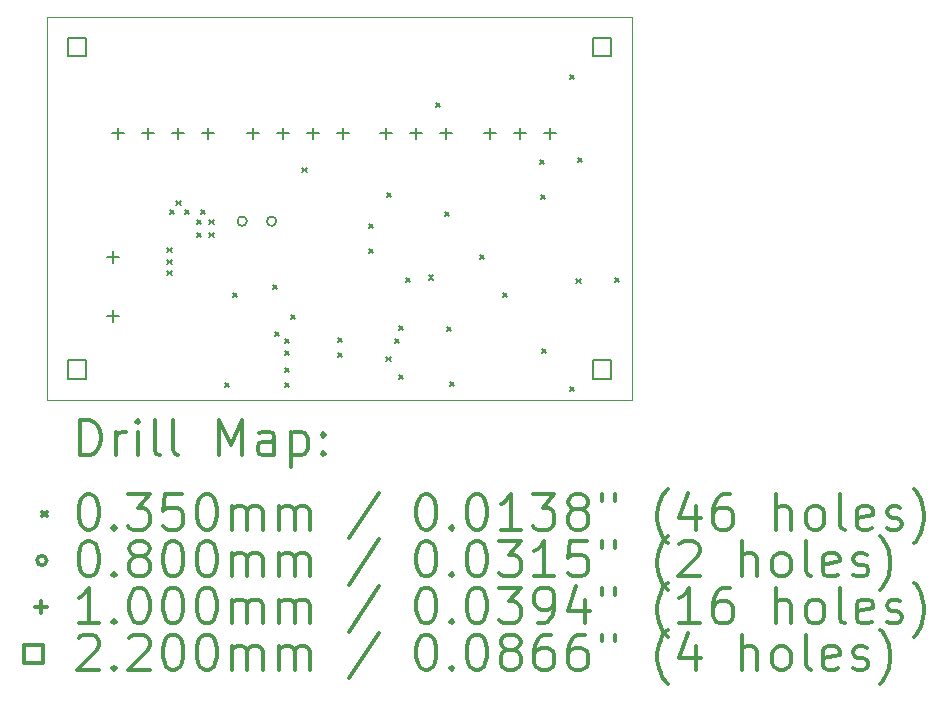
<source format=gbr>
%FSLAX45Y45*%
G04 Gerber Fmt 4.5, Leading zero omitted, Abs format (unit mm)*
G04 Created by KiCad (PCBNEW (5.1.10-1-10_14)) date 2021-12-18 09:27:55*
%MOMM*%
%LPD*%
G01*
G04 APERTURE LIST*
%TA.AperFunction,Profile*%
%ADD10C,0.100000*%
%TD*%
%ADD11C,0.200000*%
%ADD12C,0.300000*%
G04 APERTURE END LIST*
D10*
X16129000Y-9398000D02*
X16129000Y-12636500D01*
X11176000Y-9398000D02*
X16129000Y-9398000D01*
X11176000Y-12636500D02*
X11176000Y-9398000D01*
X16129000Y-12636500D02*
X11176000Y-12636500D01*
D11*
X12194820Y-11351540D02*
X12229820Y-11386540D01*
X12229820Y-11351540D02*
X12194820Y-11386540D01*
X12194820Y-11453140D02*
X12229820Y-11488140D01*
X12229820Y-11453140D02*
X12194820Y-11488140D01*
X12194820Y-11544580D02*
X12229820Y-11579580D01*
X12229820Y-11544580D02*
X12194820Y-11579580D01*
X12215140Y-11026420D02*
X12250140Y-11061420D01*
X12250140Y-11026420D02*
X12215140Y-11061420D01*
X12271020Y-10950220D02*
X12306020Y-10985220D01*
X12306020Y-10950220D02*
X12271020Y-10985220D01*
X12342140Y-11026420D02*
X12377140Y-11061420D01*
X12377140Y-11026420D02*
X12342140Y-11061420D01*
X12443740Y-11117860D02*
X12478740Y-11152860D01*
X12478740Y-11117860D02*
X12443740Y-11152860D01*
X12443740Y-11224540D02*
X12478740Y-11259540D01*
X12478740Y-11224540D02*
X12443740Y-11259540D01*
X12479300Y-11026420D02*
X12514300Y-11061420D01*
X12514300Y-11026420D02*
X12479300Y-11061420D01*
X12550420Y-11117860D02*
X12585420Y-11152860D01*
X12585420Y-11117860D02*
X12550420Y-11152860D01*
X12550420Y-11224540D02*
X12585420Y-11259540D01*
X12585420Y-11224540D02*
X12550420Y-11259540D01*
X12682500Y-12492000D02*
X12717500Y-12527000D01*
X12717500Y-12492000D02*
X12682500Y-12527000D01*
X12746000Y-11730000D02*
X12781000Y-11765000D01*
X12781000Y-11730000D02*
X12746000Y-11765000D01*
X13088900Y-11666500D02*
X13123900Y-11701500D01*
X13123900Y-11666500D02*
X13088900Y-11701500D01*
X13106630Y-12062740D02*
X13141630Y-12097740D01*
X13141630Y-12062740D02*
X13106630Y-12097740D01*
X13190500Y-12123700D02*
X13225500Y-12158700D01*
X13225500Y-12123700D02*
X13190500Y-12158700D01*
X13190500Y-12225300D02*
X13225500Y-12260300D01*
X13225500Y-12225300D02*
X13190500Y-12260300D01*
X13190500Y-12365000D02*
X13225500Y-12400000D01*
X13225500Y-12365000D02*
X13190500Y-12400000D01*
X13190500Y-12492000D02*
X13225500Y-12527000D01*
X13225500Y-12492000D02*
X13190500Y-12527000D01*
X13241300Y-11920500D02*
X13276300Y-11955500D01*
X13276300Y-11920500D02*
X13241300Y-11955500D01*
X13337820Y-10675900D02*
X13372820Y-10710900D01*
X13372820Y-10675900D02*
X13337820Y-10710900D01*
X13635000Y-12111000D02*
X13670000Y-12146000D01*
X13670000Y-12111000D02*
X13635000Y-12146000D01*
X13635000Y-12238000D02*
X13670000Y-12273000D01*
X13670000Y-12238000D02*
X13635000Y-12273000D01*
X13901700Y-11151290D02*
X13936700Y-11186290D01*
X13936700Y-11151290D02*
X13901700Y-11186290D01*
X13901700Y-11361700D02*
X13936700Y-11396700D01*
X13936700Y-11361700D02*
X13901700Y-11396700D01*
X14049126Y-12271126D02*
X14084126Y-12306126D01*
X14084126Y-12271126D02*
X14049126Y-12306126D01*
X14055730Y-10882930D02*
X14090730Y-10917930D01*
X14090730Y-10882930D02*
X14055730Y-10917930D01*
X14118630Y-12119499D02*
X14153630Y-12154499D01*
X14153630Y-12119499D02*
X14118630Y-12154499D01*
X14155700Y-12428500D02*
X14190700Y-12463500D01*
X14190700Y-12428500D02*
X14155700Y-12463500D01*
X14156940Y-12011410D02*
X14191940Y-12046410D01*
X14191940Y-12011410D02*
X14156940Y-12046410D01*
X14213000Y-11603000D02*
X14248000Y-11638000D01*
X14248000Y-11603000D02*
X14213000Y-11638000D01*
X14410840Y-11584090D02*
X14445840Y-11619090D01*
X14445840Y-11584090D02*
X14410840Y-11619090D01*
X14465580Y-10122180D02*
X14500580Y-10157180D01*
X14500580Y-10122180D02*
X14465580Y-10157180D01*
X14543310Y-11045560D02*
X14578310Y-11080560D01*
X14578310Y-11045560D02*
X14543310Y-11080560D01*
X14562100Y-12022100D02*
X14597100Y-12057100D01*
X14597100Y-12022100D02*
X14562100Y-12057100D01*
X14587500Y-12487680D02*
X14622500Y-12522680D01*
X14622500Y-12487680D02*
X14587500Y-12522680D01*
X14838610Y-11408230D02*
X14873610Y-11443230D01*
X14873610Y-11408230D02*
X14838610Y-11443230D01*
X15032000Y-11730000D02*
X15067000Y-11765000D01*
X15067000Y-11730000D02*
X15032000Y-11765000D01*
X15349500Y-10604780D02*
X15384500Y-10639780D01*
X15384500Y-10604780D02*
X15349500Y-10639780D01*
X15356000Y-10904500D02*
X15391000Y-10939500D01*
X15391000Y-10904500D02*
X15356000Y-10939500D01*
X15363500Y-12205960D02*
X15398500Y-12240960D01*
X15398500Y-12205960D02*
X15363500Y-12240960D01*
X15603500Y-9888500D02*
X15638500Y-9923500D01*
X15638500Y-9888500D02*
X15603500Y-9923500D01*
X15603550Y-12527930D02*
X15638550Y-12562930D01*
X15638550Y-12527930D02*
X15603550Y-12562930D01*
X15657550Y-11614130D02*
X15692550Y-11649130D01*
X15692550Y-11614130D02*
X15657550Y-11649130D01*
X15667000Y-10587000D02*
X15702000Y-10622000D01*
X15702000Y-10587000D02*
X15667000Y-10622000D01*
X15984500Y-11603000D02*
X16019500Y-11638000D01*
X16019500Y-11603000D02*
X15984500Y-11638000D01*
X12867000Y-11125200D02*
G75*
G03*
X12867000Y-11125200I-40000J0D01*
G01*
X13117000Y-11125200D02*
G75*
G03*
X13117000Y-11125200I-40000J0D01*
G01*
X11734800Y-11380000D02*
X11734800Y-11480000D01*
X11684800Y-11430000D02*
X11784800Y-11430000D01*
X11734800Y-11880000D02*
X11734800Y-11980000D01*
X11684800Y-11930000D02*
X11784800Y-11930000D01*
X11779250Y-10332250D02*
X11779250Y-10432250D01*
X11729250Y-10382250D02*
X11829250Y-10382250D01*
X12033250Y-10332250D02*
X12033250Y-10432250D01*
X11983250Y-10382250D02*
X12083250Y-10382250D01*
X12287250Y-10332250D02*
X12287250Y-10432250D01*
X12237250Y-10382250D02*
X12337250Y-10382250D01*
X12541250Y-10332250D02*
X12541250Y-10432250D01*
X12491250Y-10382250D02*
X12591250Y-10382250D01*
X12915900Y-10332250D02*
X12915900Y-10432250D01*
X12865900Y-10382250D02*
X12965900Y-10382250D01*
X13169900Y-10332250D02*
X13169900Y-10432250D01*
X13119900Y-10382250D02*
X13219900Y-10382250D01*
X13423900Y-10332250D02*
X13423900Y-10432250D01*
X13373900Y-10382250D02*
X13473900Y-10382250D01*
X13677900Y-10332250D02*
X13677900Y-10432250D01*
X13627900Y-10382250D02*
X13727900Y-10382250D01*
X14046200Y-10332250D02*
X14046200Y-10432250D01*
X13996200Y-10382250D02*
X14096200Y-10382250D01*
X14300200Y-10332250D02*
X14300200Y-10432250D01*
X14250200Y-10382250D02*
X14350200Y-10382250D01*
X14554200Y-10332250D02*
X14554200Y-10432250D01*
X14504200Y-10382250D02*
X14604200Y-10382250D01*
X14928850Y-10332250D02*
X14928850Y-10432250D01*
X14878850Y-10382250D02*
X14978850Y-10382250D01*
X15182850Y-10332250D02*
X15182850Y-10432250D01*
X15132850Y-10382250D02*
X15232850Y-10382250D01*
X15436850Y-10332250D02*
X15436850Y-10432250D01*
X15386850Y-10382250D02*
X15486850Y-10382250D01*
X11507782Y-9729783D02*
X11507782Y-9574218D01*
X11352217Y-9574218D01*
X11352217Y-9729783D01*
X11507782Y-9729783D01*
X11507782Y-12460282D02*
X11507782Y-12304717D01*
X11352217Y-12304717D01*
X11352217Y-12460282D01*
X11507782Y-12460282D01*
X15952782Y-9729783D02*
X15952782Y-9574218D01*
X15797217Y-9574218D01*
X15797217Y-9729783D01*
X15952782Y-9729783D01*
X15952782Y-12460282D02*
X15952782Y-12304717D01*
X15797217Y-12304717D01*
X15797217Y-12460282D01*
X15952782Y-12460282D01*
D12*
X11457428Y-13107214D02*
X11457428Y-12807214D01*
X11528857Y-12807214D01*
X11571714Y-12821500D01*
X11600286Y-12850071D01*
X11614571Y-12878643D01*
X11628857Y-12935786D01*
X11628857Y-12978643D01*
X11614571Y-13035786D01*
X11600286Y-13064357D01*
X11571714Y-13092929D01*
X11528857Y-13107214D01*
X11457428Y-13107214D01*
X11757428Y-13107214D02*
X11757428Y-12907214D01*
X11757428Y-12964357D02*
X11771714Y-12935786D01*
X11786000Y-12921500D01*
X11814571Y-12907214D01*
X11843143Y-12907214D01*
X11943143Y-13107214D02*
X11943143Y-12907214D01*
X11943143Y-12807214D02*
X11928857Y-12821500D01*
X11943143Y-12835786D01*
X11957428Y-12821500D01*
X11943143Y-12807214D01*
X11943143Y-12835786D01*
X12128857Y-13107214D02*
X12100286Y-13092929D01*
X12086000Y-13064357D01*
X12086000Y-12807214D01*
X12286000Y-13107214D02*
X12257428Y-13092929D01*
X12243143Y-13064357D01*
X12243143Y-12807214D01*
X12628857Y-13107214D02*
X12628857Y-12807214D01*
X12728857Y-13021500D01*
X12828857Y-12807214D01*
X12828857Y-13107214D01*
X13100286Y-13107214D02*
X13100286Y-12950071D01*
X13086000Y-12921500D01*
X13057428Y-12907214D01*
X13000286Y-12907214D01*
X12971714Y-12921500D01*
X13100286Y-13092929D02*
X13071714Y-13107214D01*
X13000286Y-13107214D01*
X12971714Y-13092929D01*
X12957428Y-13064357D01*
X12957428Y-13035786D01*
X12971714Y-13007214D01*
X13000286Y-12992929D01*
X13071714Y-12992929D01*
X13100286Y-12978643D01*
X13243143Y-12907214D02*
X13243143Y-13207214D01*
X13243143Y-12921500D02*
X13271714Y-12907214D01*
X13328857Y-12907214D01*
X13357428Y-12921500D01*
X13371714Y-12935786D01*
X13386000Y-12964357D01*
X13386000Y-13050071D01*
X13371714Y-13078643D01*
X13357428Y-13092929D01*
X13328857Y-13107214D01*
X13271714Y-13107214D01*
X13243143Y-13092929D01*
X13514571Y-13078643D02*
X13528857Y-13092929D01*
X13514571Y-13107214D01*
X13500286Y-13092929D01*
X13514571Y-13078643D01*
X13514571Y-13107214D01*
X13514571Y-12921500D02*
X13528857Y-12935786D01*
X13514571Y-12950071D01*
X13500286Y-12935786D01*
X13514571Y-12921500D01*
X13514571Y-12950071D01*
X11136000Y-13584000D02*
X11171000Y-13619000D01*
X11171000Y-13584000D02*
X11136000Y-13619000D01*
X11514571Y-13437214D02*
X11543143Y-13437214D01*
X11571714Y-13451500D01*
X11586000Y-13465786D01*
X11600286Y-13494357D01*
X11614571Y-13551500D01*
X11614571Y-13622929D01*
X11600286Y-13680071D01*
X11586000Y-13708643D01*
X11571714Y-13722929D01*
X11543143Y-13737214D01*
X11514571Y-13737214D01*
X11486000Y-13722929D01*
X11471714Y-13708643D01*
X11457428Y-13680071D01*
X11443143Y-13622929D01*
X11443143Y-13551500D01*
X11457428Y-13494357D01*
X11471714Y-13465786D01*
X11486000Y-13451500D01*
X11514571Y-13437214D01*
X11743143Y-13708643D02*
X11757428Y-13722929D01*
X11743143Y-13737214D01*
X11728857Y-13722929D01*
X11743143Y-13708643D01*
X11743143Y-13737214D01*
X11857428Y-13437214D02*
X12043143Y-13437214D01*
X11943143Y-13551500D01*
X11986000Y-13551500D01*
X12014571Y-13565786D01*
X12028857Y-13580071D01*
X12043143Y-13608643D01*
X12043143Y-13680071D01*
X12028857Y-13708643D01*
X12014571Y-13722929D01*
X11986000Y-13737214D01*
X11900286Y-13737214D01*
X11871714Y-13722929D01*
X11857428Y-13708643D01*
X12314571Y-13437214D02*
X12171714Y-13437214D01*
X12157428Y-13580071D01*
X12171714Y-13565786D01*
X12200286Y-13551500D01*
X12271714Y-13551500D01*
X12300286Y-13565786D01*
X12314571Y-13580071D01*
X12328857Y-13608643D01*
X12328857Y-13680071D01*
X12314571Y-13708643D01*
X12300286Y-13722929D01*
X12271714Y-13737214D01*
X12200286Y-13737214D01*
X12171714Y-13722929D01*
X12157428Y-13708643D01*
X12514571Y-13437214D02*
X12543143Y-13437214D01*
X12571714Y-13451500D01*
X12586000Y-13465786D01*
X12600286Y-13494357D01*
X12614571Y-13551500D01*
X12614571Y-13622929D01*
X12600286Y-13680071D01*
X12586000Y-13708643D01*
X12571714Y-13722929D01*
X12543143Y-13737214D01*
X12514571Y-13737214D01*
X12486000Y-13722929D01*
X12471714Y-13708643D01*
X12457428Y-13680071D01*
X12443143Y-13622929D01*
X12443143Y-13551500D01*
X12457428Y-13494357D01*
X12471714Y-13465786D01*
X12486000Y-13451500D01*
X12514571Y-13437214D01*
X12743143Y-13737214D02*
X12743143Y-13537214D01*
X12743143Y-13565786D02*
X12757428Y-13551500D01*
X12786000Y-13537214D01*
X12828857Y-13537214D01*
X12857428Y-13551500D01*
X12871714Y-13580071D01*
X12871714Y-13737214D01*
X12871714Y-13580071D02*
X12886000Y-13551500D01*
X12914571Y-13537214D01*
X12957428Y-13537214D01*
X12986000Y-13551500D01*
X13000286Y-13580071D01*
X13000286Y-13737214D01*
X13143143Y-13737214D02*
X13143143Y-13537214D01*
X13143143Y-13565786D02*
X13157428Y-13551500D01*
X13186000Y-13537214D01*
X13228857Y-13537214D01*
X13257428Y-13551500D01*
X13271714Y-13580071D01*
X13271714Y-13737214D01*
X13271714Y-13580071D02*
X13286000Y-13551500D01*
X13314571Y-13537214D01*
X13357428Y-13537214D01*
X13386000Y-13551500D01*
X13400286Y-13580071D01*
X13400286Y-13737214D01*
X13986000Y-13422929D02*
X13728857Y-13808643D01*
X14371714Y-13437214D02*
X14400286Y-13437214D01*
X14428857Y-13451500D01*
X14443143Y-13465786D01*
X14457428Y-13494357D01*
X14471714Y-13551500D01*
X14471714Y-13622929D01*
X14457428Y-13680071D01*
X14443143Y-13708643D01*
X14428857Y-13722929D01*
X14400286Y-13737214D01*
X14371714Y-13737214D01*
X14343143Y-13722929D01*
X14328857Y-13708643D01*
X14314571Y-13680071D01*
X14300286Y-13622929D01*
X14300286Y-13551500D01*
X14314571Y-13494357D01*
X14328857Y-13465786D01*
X14343143Y-13451500D01*
X14371714Y-13437214D01*
X14600286Y-13708643D02*
X14614571Y-13722929D01*
X14600286Y-13737214D01*
X14586000Y-13722929D01*
X14600286Y-13708643D01*
X14600286Y-13737214D01*
X14800286Y-13437214D02*
X14828857Y-13437214D01*
X14857428Y-13451500D01*
X14871714Y-13465786D01*
X14886000Y-13494357D01*
X14900286Y-13551500D01*
X14900286Y-13622929D01*
X14886000Y-13680071D01*
X14871714Y-13708643D01*
X14857428Y-13722929D01*
X14828857Y-13737214D01*
X14800286Y-13737214D01*
X14771714Y-13722929D01*
X14757428Y-13708643D01*
X14743143Y-13680071D01*
X14728857Y-13622929D01*
X14728857Y-13551500D01*
X14743143Y-13494357D01*
X14757428Y-13465786D01*
X14771714Y-13451500D01*
X14800286Y-13437214D01*
X15186000Y-13737214D02*
X15014571Y-13737214D01*
X15100286Y-13737214D02*
X15100286Y-13437214D01*
X15071714Y-13480071D01*
X15043143Y-13508643D01*
X15014571Y-13522929D01*
X15286000Y-13437214D02*
X15471714Y-13437214D01*
X15371714Y-13551500D01*
X15414571Y-13551500D01*
X15443143Y-13565786D01*
X15457428Y-13580071D01*
X15471714Y-13608643D01*
X15471714Y-13680071D01*
X15457428Y-13708643D01*
X15443143Y-13722929D01*
X15414571Y-13737214D01*
X15328857Y-13737214D01*
X15300286Y-13722929D01*
X15286000Y-13708643D01*
X15643143Y-13565786D02*
X15614571Y-13551500D01*
X15600286Y-13537214D01*
X15586000Y-13508643D01*
X15586000Y-13494357D01*
X15600286Y-13465786D01*
X15614571Y-13451500D01*
X15643143Y-13437214D01*
X15700286Y-13437214D01*
X15728857Y-13451500D01*
X15743143Y-13465786D01*
X15757428Y-13494357D01*
X15757428Y-13508643D01*
X15743143Y-13537214D01*
X15728857Y-13551500D01*
X15700286Y-13565786D01*
X15643143Y-13565786D01*
X15614571Y-13580071D01*
X15600286Y-13594357D01*
X15586000Y-13622929D01*
X15586000Y-13680071D01*
X15600286Y-13708643D01*
X15614571Y-13722929D01*
X15643143Y-13737214D01*
X15700286Y-13737214D01*
X15728857Y-13722929D01*
X15743143Y-13708643D01*
X15757428Y-13680071D01*
X15757428Y-13622929D01*
X15743143Y-13594357D01*
X15728857Y-13580071D01*
X15700286Y-13565786D01*
X15871714Y-13437214D02*
X15871714Y-13494357D01*
X15986000Y-13437214D02*
X15986000Y-13494357D01*
X16428857Y-13851500D02*
X16414571Y-13837214D01*
X16386000Y-13794357D01*
X16371714Y-13765786D01*
X16357428Y-13722929D01*
X16343143Y-13651500D01*
X16343143Y-13594357D01*
X16357428Y-13522929D01*
X16371714Y-13480071D01*
X16386000Y-13451500D01*
X16414571Y-13408643D01*
X16428857Y-13394357D01*
X16671714Y-13537214D02*
X16671714Y-13737214D01*
X16600286Y-13422929D02*
X16528857Y-13637214D01*
X16714571Y-13637214D01*
X16957428Y-13437214D02*
X16900286Y-13437214D01*
X16871714Y-13451500D01*
X16857428Y-13465786D01*
X16828857Y-13508643D01*
X16814571Y-13565786D01*
X16814571Y-13680071D01*
X16828857Y-13708643D01*
X16843143Y-13722929D01*
X16871714Y-13737214D01*
X16928857Y-13737214D01*
X16957428Y-13722929D01*
X16971714Y-13708643D01*
X16986000Y-13680071D01*
X16986000Y-13608643D01*
X16971714Y-13580071D01*
X16957428Y-13565786D01*
X16928857Y-13551500D01*
X16871714Y-13551500D01*
X16843143Y-13565786D01*
X16828857Y-13580071D01*
X16814571Y-13608643D01*
X17343143Y-13737214D02*
X17343143Y-13437214D01*
X17471714Y-13737214D02*
X17471714Y-13580071D01*
X17457428Y-13551500D01*
X17428857Y-13537214D01*
X17386000Y-13537214D01*
X17357428Y-13551500D01*
X17343143Y-13565786D01*
X17657428Y-13737214D02*
X17628857Y-13722929D01*
X17614571Y-13708643D01*
X17600286Y-13680071D01*
X17600286Y-13594357D01*
X17614571Y-13565786D01*
X17628857Y-13551500D01*
X17657428Y-13537214D01*
X17700286Y-13537214D01*
X17728857Y-13551500D01*
X17743143Y-13565786D01*
X17757428Y-13594357D01*
X17757428Y-13680071D01*
X17743143Y-13708643D01*
X17728857Y-13722929D01*
X17700286Y-13737214D01*
X17657428Y-13737214D01*
X17928857Y-13737214D02*
X17900286Y-13722929D01*
X17886000Y-13694357D01*
X17886000Y-13437214D01*
X18157428Y-13722929D02*
X18128857Y-13737214D01*
X18071714Y-13737214D01*
X18043143Y-13722929D01*
X18028857Y-13694357D01*
X18028857Y-13580071D01*
X18043143Y-13551500D01*
X18071714Y-13537214D01*
X18128857Y-13537214D01*
X18157428Y-13551500D01*
X18171714Y-13580071D01*
X18171714Y-13608643D01*
X18028857Y-13637214D01*
X18286000Y-13722929D02*
X18314571Y-13737214D01*
X18371714Y-13737214D01*
X18400286Y-13722929D01*
X18414571Y-13694357D01*
X18414571Y-13680071D01*
X18400286Y-13651500D01*
X18371714Y-13637214D01*
X18328857Y-13637214D01*
X18300286Y-13622929D01*
X18286000Y-13594357D01*
X18286000Y-13580071D01*
X18300286Y-13551500D01*
X18328857Y-13537214D01*
X18371714Y-13537214D01*
X18400286Y-13551500D01*
X18514571Y-13851500D02*
X18528857Y-13837214D01*
X18557428Y-13794357D01*
X18571714Y-13765786D01*
X18586000Y-13722929D01*
X18600286Y-13651500D01*
X18600286Y-13594357D01*
X18586000Y-13522929D01*
X18571714Y-13480071D01*
X18557428Y-13451500D01*
X18528857Y-13408643D01*
X18514571Y-13394357D01*
X11171000Y-13997500D02*
G75*
G03*
X11171000Y-13997500I-40000J0D01*
G01*
X11514571Y-13833214D02*
X11543143Y-13833214D01*
X11571714Y-13847500D01*
X11586000Y-13861786D01*
X11600286Y-13890357D01*
X11614571Y-13947500D01*
X11614571Y-14018929D01*
X11600286Y-14076071D01*
X11586000Y-14104643D01*
X11571714Y-14118929D01*
X11543143Y-14133214D01*
X11514571Y-14133214D01*
X11486000Y-14118929D01*
X11471714Y-14104643D01*
X11457428Y-14076071D01*
X11443143Y-14018929D01*
X11443143Y-13947500D01*
X11457428Y-13890357D01*
X11471714Y-13861786D01*
X11486000Y-13847500D01*
X11514571Y-13833214D01*
X11743143Y-14104643D02*
X11757428Y-14118929D01*
X11743143Y-14133214D01*
X11728857Y-14118929D01*
X11743143Y-14104643D01*
X11743143Y-14133214D01*
X11928857Y-13961786D02*
X11900286Y-13947500D01*
X11886000Y-13933214D01*
X11871714Y-13904643D01*
X11871714Y-13890357D01*
X11886000Y-13861786D01*
X11900286Y-13847500D01*
X11928857Y-13833214D01*
X11986000Y-13833214D01*
X12014571Y-13847500D01*
X12028857Y-13861786D01*
X12043143Y-13890357D01*
X12043143Y-13904643D01*
X12028857Y-13933214D01*
X12014571Y-13947500D01*
X11986000Y-13961786D01*
X11928857Y-13961786D01*
X11900286Y-13976071D01*
X11886000Y-13990357D01*
X11871714Y-14018929D01*
X11871714Y-14076071D01*
X11886000Y-14104643D01*
X11900286Y-14118929D01*
X11928857Y-14133214D01*
X11986000Y-14133214D01*
X12014571Y-14118929D01*
X12028857Y-14104643D01*
X12043143Y-14076071D01*
X12043143Y-14018929D01*
X12028857Y-13990357D01*
X12014571Y-13976071D01*
X11986000Y-13961786D01*
X12228857Y-13833214D02*
X12257428Y-13833214D01*
X12286000Y-13847500D01*
X12300286Y-13861786D01*
X12314571Y-13890357D01*
X12328857Y-13947500D01*
X12328857Y-14018929D01*
X12314571Y-14076071D01*
X12300286Y-14104643D01*
X12286000Y-14118929D01*
X12257428Y-14133214D01*
X12228857Y-14133214D01*
X12200286Y-14118929D01*
X12186000Y-14104643D01*
X12171714Y-14076071D01*
X12157428Y-14018929D01*
X12157428Y-13947500D01*
X12171714Y-13890357D01*
X12186000Y-13861786D01*
X12200286Y-13847500D01*
X12228857Y-13833214D01*
X12514571Y-13833214D02*
X12543143Y-13833214D01*
X12571714Y-13847500D01*
X12586000Y-13861786D01*
X12600286Y-13890357D01*
X12614571Y-13947500D01*
X12614571Y-14018929D01*
X12600286Y-14076071D01*
X12586000Y-14104643D01*
X12571714Y-14118929D01*
X12543143Y-14133214D01*
X12514571Y-14133214D01*
X12486000Y-14118929D01*
X12471714Y-14104643D01*
X12457428Y-14076071D01*
X12443143Y-14018929D01*
X12443143Y-13947500D01*
X12457428Y-13890357D01*
X12471714Y-13861786D01*
X12486000Y-13847500D01*
X12514571Y-13833214D01*
X12743143Y-14133214D02*
X12743143Y-13933214D01*
X12743143Y-13961786D02*
X12757428Y-13947500D01*
X12786000Y-13933214D01*
X12828857Y-13933214D01*
X12857428Y-13947500D01*
X12871714Y-13976071D01*
X12871714Y-14133214D01*
X12871714Y-13976071D02*
X12886000Y-13947500D01*
X12914571Y-13933214D01*
X12957428Y-13933214D01*
X12986000Y-13947500D01*
X13000286Y-13976071D01*
X13000286Y-14133214D01*
X13143143Y-14133214D02*
X13143143Y-13933214D01*
X13143143Y-13961786D02*
X13157428Y-13947500D01*
X13186000Y-13933214D01*
X13228857Y-13933214D01*
X13257428Y-13947500D01*
X13271714Y-13976071D01*
X13271714Y-14133214D01*
X13271714Y-13976071D02*
X13286000Y-13947500D01*
X13314571Y-13933214D01*
X13357428Y-13933214D01*
X13386000Y-13947500D01*
X13400286Y-13976071D01*
X13400286Y-14133214D01*
X13986000Y-13818929D02*
X13728857Y-14204643D01*
X14371714Y-13833214D02*
X14400286Y-13833214D01*
X14428857Y-13847500D01*
X14443143Y-13861786D01*
X14457428Y-13890357D01*
X14471714Y-13947500D01*
X14471714Y-14018929D01*
X14457428Y-14076071D01*
X14443143Y-14104643D01*
X14428857Y-14118929D01*
X14400286Y-14133214D01*
X14371714Y-14133214D01*
X14343143Y-14118929D01*
X14328857Y-14104643D01*
X14314571Y-14076071D01*
X14300286Y-14018929D01*
X14300286Y-13947500D01*
X14314571Y-13890357D01*
X14328857Y-13861786D01*
X14343143Y-13847500D01*
X14371714Y-13833214D01*
X14600286Y-14104643D02*
X14614571Y-14118929D01*
X14600286Y-14133214D01*
X14586000Y-14118929D01*
X14600286Y-14104643D01*
X14600286Y-14133214D01*
X14800286Y-13833214D02*
X14828857Y-13833214D01*
X14857428Y-13847500D01*
X14871714Y-13861786D01*
X14886000Y-13890357D01*
X14900286Y-13947500D01*
X14900286Y-14018929D01*
X14886000Y-14076071D01*
X14871714Y-14104643D01*
X14857428Y-14118929D01*
X14828857Y-14133214D01*
X14800286Y-14133214D01*
X14771714Y-14118929D01*
X14757428Y-14104643D01*
X14743143Y-14076071D01*
X14728857Y-14018929D01*
X14728857Y-13947500D01*
X14743143Y-13890357D01*
X14757428Y-13861786D01*
X14771714Y-13847500D01*
X14800286Y-13833214D01*
X15000286Y-13833214D02*
X15186000Y-13833214D01*
X15086000Y-13947500D01*
X15128857Y-13947500D01*
X15157428Y-13961786D01*
X15171714Y-13976071D01*
X15186000Y-14004643D01*
X15186000Y-14076071D01*
X15171714Y-14104643D01*
X15157428Y-14118929D01*
X15128857Y-14133214D01*
X15043143Y-14133214D01*
X15014571Y-14118929D01*
X15000286Y-14104643D01*
X15471714Y-14133214D02*
X15300286Y-14133214D01*
X15386000Y-14133214D02*
X15386000Y-13833214D01*
X15357428Y-13876071D01*
X15328857Y-13904643D01*
X15300286Y-13918929D01*
X15743143Y-13833214D02*
X15600286Y-13833214D01*
X15586000Y-13976071D01*
X15600286Y-13961786D01*
X15628857Y-13947500D01*
X15700286Y-13947500D01*
X15728857Y-13961786D01*
X15743143Y-13976071D01*
X15757428Y-14004643D01*
X15757428Y-14076071D01*
X15743143Y-14104643D01*
X15728857Y-14118929D01*
X15700286Y-14133214D01*
X15628857Y-14133214D01*
X15600286Y-14118929D01*
X15586000Y-14104643D01*
X15871714Y-13833214D02*
X15871714Y-13890357D01*
X15986000Y-13833214D02*
X15986000Y-13890357D01*
X16428857Y-14247500D02*
X16414571Y-14233214D01*
X16386000Y-14190357D01*
X16371714Y-14161786D01*
X16357428Y-14118929D01*
X16343143Y-14047500D01*
X16343143Y-13990357D01*
X16357428Y-13918929D01*
X16371714Y-13876071D01*
X16386000Y-13847500D01*
X16414571Y-13804643D01*
X16428857Y-13790357D01*
X16528857Y-13861786D02*
X16543143Y-13847500D01*
X16571714Y-13833214D01*
X16643143Y-13833214D01*
X16671714Y-13847500D01*
X16686000Y-13861786D01*
X16700286Y-13890357D01*
X16700286Y-13918929D01*
X16686000Y-13961786D01*
X16514571Y-14133214D01*
X16700286Y-14133214D01*
X17057428Y-14133214D02*
X17057428Y-13833214D01*
X17186000Y-14133214D02*
X17186000Y-13976071D01*
X17171714Y-13947500D01*
X17143143Y-13933214D01*
X17100286Y-13933214D01*
X17071714Y-13947500D01*
X17057428Y-13961786D01*
X17371714Y-14133214D02*
X17343143Y-14118929D01*
X17328857Y-14104643D01*
X17314571Y-14076071D01*
X17314571Y-13990357D01*
X17328857Y-13961786D01*
X17343143Y-13947500D01*
X17371714Y-13933214D01*
X17414571Y-13933214D01*
X17443143Y-13947500D01*
X17457428Y-13961786D01*
X17471714Y-13990357D01*
X17471714Y-14076071D01*
X17457428Y-14104643D01*
X17443143Y-14118929D01*
X17414571Y-14133214D01*
X17371714Y-14133214D01*
X17643143Y-14133214D02*
X17614571Y-14118929D01*
X17600286Y-14090357D01*
X17600286Y-13833214D01*
X17871714Y-14118929D02*
X17843143Y-14133214D01*
X17786000Y-14133214D01*
X17757428Y-14118929D01*
X17743143Y-14090357D01*
X17743143Y-13976071D01*
X17757428Y-13947500D01*
X17786000Y-13933214D01*
X17843143Y-13933214D01*
X17871714Y-13947500D01*
X17886000Y-13976071D01*
X17886000Y-14004643D01*
X17743143Y-14033214D01*
X18000286Y-14118929D02*
X18028857Y-14133214D01*
X18086000Y-14133214D01*
X18114571Y-14118929D01*
X18128857Y-14090357D01*
X18128857Y-14076071D01*
X18114571Y-14047500D01*
X18086000Y-14033214D01*
X18043143Y-14033214D01*
X18014571Y-14018929D01*
X18000286Y-13990357D01*
X18000286Y-13976071D01*
X18014571Y-13947500D01*
X18043143Y-13933214D01*
X18086000Y-13933214D01*
X18114571Y-13947500D01*
X18228857Y-14247500D02*
X18243143Y-14233214D01*
X18271714Y-14190357D01*
X18286000Y-14161786D01*
X18300286Y-14118929D01*
X18314571Y-14047500D01*
X18314571Y-13990357D01*
X18300286Y-13918929D01*
X18286000Y-13876071D01*
X18271714Y-13847500D01*
X18243143Y-13804643D01*
X18228857Y-13790357D01*
X11121000Y-14343500D02*
X11121000Y-14443500D01*
X11071000Y-14393500D02*
X11171000Y-14393500D01*
X11614571Y-14529214D02*
X11443143Y-14529214D01*
X11528857Y-14529214D02*
X11528857Y-14229214D01*
X11500286Y-14272071D01*
X11471714Y-14300643D01*
X11443143Y-14314929D01*
X11743143Y-14500643D02*
X11757428Y-14514929D01*
X11743143Y-14529214D01*
X11728857Y-14514929D01*
X11743143Y-14500643D01*
X11743143Y-14529214D01*
X11943143Y-14229214D02*
X11971714Y-14229214D01*
X12000286Y-14243500D01*
X12014571Y-14257786D01*
X12028857Y-14286357D01*
X12043143Y-14343500D01*
X12043143Y-14414929D01*
X12028857Y-14472071D01*
X12014571Y-14500643D01*
X12000286Y-14514929D01*
X11971714Y-14529214D01*
X11943143Y-14529214D01*
X11914571Y-14514929D01*
X11900286Y-14500643D01*
X11886000Y-14472071D01*
X11871714Y-14414929D01*
X11871714Y-14343500D01*
X11886000Y-14286357D01*
X11900286Y-14257786D01*
X11914571Y-14243500D01*
X11943143Y-14229214D01*
X12228857Y-14229214D02*
X12257428Y-14229214D01*
X12286000Y-14243500D01*
X12300286Y-14257786D01*
X12314571Y-14286357D01*
X12328857Y-14343500D01*
X12328857Y-14414929D01*
X12314571Y-14472071D01*
X12300286Y-14500643D01*
X12286000Y-14514929D01*
X12257428Y-14529214D01*
X12228857Y-14529214D01*
X12200286Y-14514929D01*
X12186000Y-14500643D01*
X12171714Y-14472071D01*
X12157428Y-14414929D01*
X12157428Y-14343500D01*
X12171714Y-14286357D01*
X12186000Y-14257786D01*
X12200286Y-14243500D01*
X12228857Y-14229214D01*
X12514571Y-14229214D02*
X12543143Y-14229214D01*
X12571714Y-14243500D01*
X12586000Y-14257786D01*
X12600286Y-14286357D01*
X12614571Y-14343500D01*
X12614571Y-14414929D01*
X12600286Y-14472071D01*
X12586000Y-14500643D01*
X12571714Y-14514929D01*
X12543143Y-14529214D01*
X12514571Y-14529214D01*
X12486000Y-14514929D01*
X12471714Y-14500643D01*
X12457428Y-14472071D01*
X12443143Y-14414929D01*
X12443143Y-14343500D01*
X12457428Y-14286357D01*
X12471714Y-14257786D01*
X12486000Y-14243500D01*
X12514571Y-14229214D01*
X12743143Y-14529214D02*
X12743143Y-14329214D01*
X12743143Y-14357786D02*
X12757428Y-14343500D01*
X12786000Y-14329214D01*
X12828857Y-14329214D01*
X12857428Y-14343500D01*
X12871714Y-14372071D01*
X12871714Y-14529214D01*
X12871714Y-14372071D02*
X12886000Y-14343500D01*
X12914571Y-14329214D01*
X12957428Y-14329214D01*
X12986000Y-14343500D01*
X13000286Y-14372071D01*
X13000286Y-14529214D01*
X13143143Y-14529214D02*
X13143143Y-14329214D01*
X13143143Y-14357786D02*
X13157428Y-14343500D01*
X13186000Y-14329214D01*
X13228857Y-14329214D01*
X13257428Y-14343500D01*
X13271714Y-14372071D01*
X13271714Y-14529214D01*
X13271714Y-14372071D02*
X13286000Y-14343500D01*
X13314571Y-14329214D01*
X13357428Y-14329214D01*
X13386000Y-14343500D01*
X13400286Y-14372071D01*
X13400286Y-14529214D01*
X13986000Y-14214929D02*
X13728857Y-14600643D01*
X14371714Y-14229214D02*
X14400286Y-14229214D01*
X14428857Y-14243500D01*
X14443143Y-14257786D01*
X14457428Y-14286357D01*
X14471714Y-14343500D01*
X14471714Y-14414929D01*
X14457428Y-14472071D01*
X14443143Y-14500643D01*
X14428857Y-14514929D01*
X14400286Y-14529214D01*
X14371714Y-14529214D01*
X14343143Y-14514929D01*
X14328857Y-14500643D01*
X14314571Y-14472071D01*
X14300286Y-14414929D01*
X14300286Y-14343500D01*
X14314571Y-14286357D01*
X14328857Y-14257786D01*
X14343143Y-14243500D01*
X14371714Y-14229214D01*
X14600286Y-14500643D02*
X14614571Y-14514929D01*
X14600286Y-14529214D01*
X14586000Y-14514929D01*
X14600286Y-14500643D01*
X14600286Y-14529214D01*
X14800286Y-14229214D02*
X14828857Y-14229214D01*
X14857428Y-14243500D01*
X14871714Y-14257786D01*
X14886000Y-14286357D01*
X14900286Y-14343500D01*
X14900286Y-14414929D01*
X14886000Y-14472071D01*
X14871714Y-14500643D01*
X14857428Y-14514929D01*
X14828857Y-14529214D01*
X14800286Y-14529214D01*
X14771714Y-14514929D01*
X14757428Y-14500643D01*
X14743143Y-14472071D01*
X14728857Y-14414929D01*
X14728857Y-14343500D01*
X14743143Y-14286357D01*
X14757428Y-14257786D01*
X14771714Y-14243500D01*
X14800286Y-14229214D01*
X15000286Y-14229214D02*
X15186000Y-14229214D01*
X15086000Y-14343500D01*
X15128857Y-14343500D01*
X15157428Y-14357786D01*
X15171714Y-14372071D01*
X15186000Y-14400643D01*
X15186000Y-14472071D01*
X15171714Y-14500643D01*
X15157428Y-14514929D01*
X15128857Y-14529214D01*
X15043143Y-14529214D01*
X15014571Y-14514929D01*
X15000286Y-14500643D01*
X15328857Y-14529214D02*
X15386000Y-14529214D01*
X15414571Y-14514929D01*
X15428857Y-14500643D01*
X15457428Y-14457786D01*
X15471714Y-14400643D01*
X15471714Y-14286357D01*
X15457428Y-14257786D01*
X15443143Y-14243500D01*
X15414571Y-14229214D01*
X15357428Y-14229214D01*
X15328857Y-14243500D01*
X15314571Y-14257786D01*
X15300286Y-14286357D01*
X15300286Y-14357786D01*
X15314571Y-14386357D01*
X15328857Y-14400643D01*
X15357428Y-14414929D01*
X15414571Y-14414929D01*
X15443143Y-14400643D01*
X15457428Y-14386357D01*
X15471714Y-14357786D01*
X15728857Y-14329214D02*
X15728857Y-14529214D01*
X15657428Y-14214929D02*
X15586000Y-14429214D01*
X15771714Y-14429214D01*
X15871714Y-14229214D02*
X15871714Y-14286357D01*
X15986000Y-14229214D02*
X15986000Y-14286357D01*
X16428857Y-14643500D02*
X16414571Y-14629214D01*
X16386000Y-14586357D01*
X16371714Y-14557786D01*
X16357428Y-14514929D01*
X16343143Y-14443500D01*
X16343143Y-14386357D01*
X16357428Y-14314929D01*
X16371714Y-14272071D01*
X16386000Y-14243500D01*
X16414571Y-14200643D01*
X16428857Y-14186357D01*
X16700286Y-14529214D02*
X16528857Y-14529214D01*
X16614571Y-14529214D02*
X16614571Y-14229214D01*
X16586000Y-14272071D01*
X16557428Y-14300643D01*
X16528857Y-14314929D01*
X16957428Y-14229214D02*
X16900286Y-14229214D01*
X16871714Y-14243500D01*
X16857428Y-14257786D01*
X16828857Y-14300643D01*
X16814571Y-14357786D01*
X16814571Y-14472071D01*
X16828857Y-14500643D01*
X16843143Y-14514929D01*
X16871714Y-14529214D01*
X16928857Y-14529214D01*
X16957428Y-14514929D01*
X16971714Y-14500643D01*
X16986000Y-14472071D01*
X16986000Y-14400643D01*
X16971714Y-14372071D01*
X16957428Y-14357786D01*
X16928857Y-14343500D01*
X16871714Y-14343500D01*
X16843143Y-14357786D01*
X16828857Y-14372071D01*
X16814571Y-14400643D01*
X17343143Y-14529214D02*
X17343143Y-14229214D01*
X17471714Y-14529214D02*
X17471714Y-14372071D01*
X17457428Y-14343500D01*
X17428857Y-14329214D01*
X17386000Y-14329214D01*
X17357428Y-14343500D01*
X17343143Y-14357786D01*
X17657428Y-14529214D02*
X17628857Y-14514929D01*
X17614571Y-14500643D01*
X17600286Y-14472071D01*
X17600286Y-14386357D01*
X17614571Y-14357786D01*
X17628857Y-14343500D01*
X17657428Y-14329214D01*
X17700286Y-14329214D01*
X17728857Y-14343500D01*
X17743143Y-14357786D01*
X17757428Y-14386357D01*
X17757428Y-14472071D01*
X17743143Y-14500643D01*
X17728857Y-14514929D01*
X17700286Y-14529214D01*
X17657428Y-14529214D01*
X17928857Y-14529214D02*
X17900286Y-14514929D01*
X17886000Y-14486357D01*
X17886000Y-14229214D01*
X18157428Y-14514929D02*
X18128857Y-14529214D01*
X18071714Y-14529214D01*
X18043143Y-14514929D01*
X18028857Y-14486357D01*
X18028857Y-14372071D01*
X18043143Y-14343500D01*
X18071714Y-14329214D01*
X18128857Y-14329214D01*
X18157428Y-14343500D01*
X18171714Y-14372071D01*
X18171714Y-14400643D01*
X18028857Y-14429214D01*
X18286000Y-14514929D02*
X18314571Y-14529214D01*
X18371714Y-14529214D01*
X18400286Y-14514929D01*
X18414571Y-14486357D01*
X18414571Y-14472071D01*
X18400286Y-14443500D01*
X18371714Y-14429214D01*
X18328857Y-14429214D01*
X18300286Y-14414929D01*
X18286000Y-14386357D01*
X18286000Y-14372071D01*
X18300286Y-14343500D01*
X18328857Y-14329214D01*
X18371714Y-14329214D01*
X18400286Y-14343500D01*
X18514571Y-14643500D02*
X18528857Y-14629214D01*
X18557428Y-14586357D01*
X18571714Y-14557786D01*
X18586000Y-14514929D01*
X18600286Y-14443500D01*
X18600286Y-14386357D01*
X18586000Y-14314929D01*
X18571714Y-14272071D01*
X18557428Y-14243500D01*
X18528857Y-14200643D01*
X18514571Y-14186357D01*
X11138782Y-14867283D02*
X11138782Y-14711718D01*
X10983217Y-14711718D01*
X10983217Y-14867283D01*
X11138782Y-14867283D01*
X11443143Y-14653786D02*
X11457428Y-14639500D01*
X11486000Y-14625214D01*
X11557428Y-14625214D01*
X11586000Y-14639500D01*
X11600286Y-14653786D01*
X11614571Y-14682357D01*
X11614571Y-14710929D01*
X11600286Y-14753786D01*
X11428857Y-14925214D01*
X11614571Y-14925214D01*
X11743143Y-14896643D02*
X11757428Y-14910929D01*
X11743143Y-14925214D01*
X11728857Y-14910929D01*
X11743143Y-14896643D01*
X11743143Y-14925214D01*
X11871714Y-14653786D02*
X11886000Y-14639500D01*
X11914571Y-14625214D01*
X11986000Y-14625214D01*
X12014571Y-14639500D01*
X12028857Y-14653786D01*
X12043143Y-14682357D01*
X12043143Y-14710929D01*
X12028857Y-14753786D01*
X11857428Y-14925214D01*
X12043143Y-14925214D01*
X12228857Y-14625214D02*
X12257428Y-14625214D01*
X12286000Y-14639500D01*
X12300286Y-14653786D01*
X12314571Y-14682357D01*
X12328857Y-14739500D01*
X12328857Y-14810929D01*
X12314571Y-14868071D01*
X12300286Y-14896643D01*
X12286000Y-14910929D01*
X12257428Y-14925214D01*
X12228857Y-14925214D01*
X12200286Y-14910929D01*
X12186000Y-14896643D01*
X12171714Y-14868071D01*
X12157428Y-14810929D01*
X12157428Y-14739500D01*
X12171714Y-14682357D01*
X12186000Y-14653786D01*
X12200286Y-14639500D01*
X12228857Y-14625214D01*
X12514571Y-14625214D02*
X12543143Y-14625214D01*
X12571714Y-14639500D01*
X12586000Y-14653786D01*
X12600286Y-14682357D01*
X12614571Y-14739500D01*
X12614571Y-14810929D01*
X12600286Y-14868071D01*
X12586000Y-14896643D01*
X12571714Y-14910929D01*
X12543143Y-14925214D01*
X12514571Y-14925214D01*
X12486000Y-14910929D01*
X12471714Y-14896643D01*
X12457428Y-14868071D01*
X12443143Y-14810929D01*
X12443143Y-14739500D01*
X12457428Y-14682357D01*
X12471714Y-14653786D01*
X12486000Y-14639500D01*
X12514571Y-14625214D01*
X12743143Y-14925214D02*
X12743143Y-14725214D01*
X12743143Y-14753786D02*
X12757428Y-14739500D01*
X12786000Y-14725214D01*
X12828857Y-14725214D01*
X12857428Y-14739500D01*
X12871714Y-14768071D01*
X12871714Y-14925214D01*
X12871714Y-14768071D02*
X12886000Y-14739500D01*
X12914571Y-14725214D01*
X12957428Y-14725214D01*
X12986000Y-14739500D01*
X13000286Y-14768071D01*
X13000286Y-14925214D01*
X13143143Y-14925214D02*
X13143143Y-14725214D01*
X13143143Y-14753786D02*
X13157428Y-14739500D01*
X13186000Y-14725214D01*
X13228857Y-14725214D01*
X13257428Y-14739500D01*
X13271714Y-14768071D01*
X13271714Y-14925214D01*
X13271714Y-14768071D02*
X13286000Y-14739500D01*
X13314571Y-14725214D01*
X13357428Y-14725214D01*
X13386000Y-14739500D01*
X13400286Y-14768071D01*
X13400286Y-14925214D01*
X13986000Y-14610929D02*
X13728857Y-14996643D01*
X14371714Y-14625214D02*
X14400286Y-14625214D01*
X14428857Y-14639500D01*
X14443143Y-14653786D01*
X14457428Y-14682357D01*
X14471714Y-14739500D01*
X14471714Y-14810929D01*
X14457428Y-14868071D01*
X14443143Y-14896643D01*
X14428857Y-14910929D01*
X14400286Y-14925214D01*
X14371714Y-14925214D01*
X14343143Y-14910929D01*
X14328857Y-14896643D01*
X14314571Y-14868071D01*
X14300286Y-14810929D01*
X14300286Y-14739500D01*
X14314571Y-14682357D01*
X14328857Y-14653786D01*
X14343143Y-14639500D01*
X14371714Y-14625214D01*
X14600286Y-14896643D02*
X14614571Y-14910929D01*
X14600286Y-14925214D01*
X14586000Y-14910929D01*
X14600286Y-14896643D01*
X14600286Y-14925214D01*
X14800286Y-14625214D02*
X14828857Y-14625214D01*
X14857428Y-14639500D01*
X14871714Y-14653786D01*
X14886000Y-14682357D01*
X14900286Y-14739500D01*
X14900286Y-14810929D01*
X14886000Y-14868071D01*
X14871714Y-14896643D01*
X14857428Y-14910929D01*
X14828857Y-14925214D01*
X14800286Y-14925214D01*
X14771714Y-14910929D01*
X14757428Y-14896643D01*
X14743143Y-14868071D01*
X14728857Y-14810929D01*
X14728857Y-14739500D01*
X14743143Y-14682357D01*
X14757428Y-14653786D01*
X14771714Y-14639500D01*
X14800286Y-14625214D01*
X15071714Y-14753786D02*
X15043143Y-14739500D01*
X15028857Y-14725214D01*
X15014571Y-14696643D01*
X15014571Y-14682357D01*
X15028857Y-14653786D01*
X15043143Y-14639500D01*
X15071714Y-14625214D01*
X15128857Y-14625214D01*
X15157428Y-14639500D01*
X15171714Y-14653786D01*
X15186000Y-14682357D01*
X15186000Y-14696643D01*
X15171714Y-14725214D01*
X15157428Y-14739500D01*
X15128857Y-14753786D01*
X15071714Y-14753786D01*
X15043143Y-14768071D01*
X15028857Y-14782357D01*
X15014571Y-14810929D01*
X15014571Y-14868071D01*
X15028857Y-14896643D01*
X15043143Y-14910929D01*
X15071714Y-14925214D01*
X15128857Y-14925214D01*
X15157428Y-14910929D01*
X15171714Y-14896643D01*
X15186000Y-14868071D01*
X15186000Y-14810929D01*
X15171714Y-14782357D01*
X15157428Y-14768071D01*
X15128857Y-14753786D01*
X15443143Y-14625214D02*
X15386000Y-14625214D01*
X15357428Y-14639500D01*
X15343143Y-14653786D01*
X15314571Y-14696643D01*
X15300286Y-14753786D01*
X15300286Y-14868071D01*
X15314571Y-14896643D01*
X15328857Y-14910929D01*
X15357428Y-14925214D01*
X15414571Y-14925214D01*
X15443143Y-14910929D01*
X15457428Y-14896643D01*
X15471714Y-14868071D01*
X15471714Y-14796643D01*
X15457428Y-14768071D01*
X15443143Y-14753786D01*
X15414571Y-14739500D01*
X15357428Y-14739500D01*
X15328857Y-14753786D01*
X15314571Y-14768071D01*
X15300286Y-14796643D01*
X15728857Y-14625214D02*
X15671714Y-14625214D01*
X15643143Y-14639500D01*
X15628857Y-14653786D01*
X15600286Y-14696643D01*
X15586000Y-14753786D01*
X15586000Y-14868071D01*
X15600286Y-14896643D01*
X15614571Y-14910929D01*
X15643143Y-14925214D01*
X15700286Y-14925214D01*
X15728857Y-14910929D01*
X15743143Y-14896643D01*
X15757428Y-14868071D01*
X15757428Y-14796643D01*
X15743143Y-14768071D01*
X15728857Y-14753786D01*
X15700286Y-14739500D01*
X15643143Y-14739500D01*
X15614571Y-14753786D01*
X15600286Y-14768071D01*
X15586000Y-14796643D01*
X15871714Y-14625214D02*
X15871714Y-14682357D01*
X15986000Y-14625214D02*
X15986000Y-14682357D01*
X16428857Y-15039500D02*
X16414571Y-15025214D01*
X16386000Y-14982357D01*
X16371714Y-14953786D01*
X16357428Y-14910929D01*
X16343143Y-14839500D01*
X16343143Y-14782357D01*
X16357428Y-14710929D01*
X16371714Y-14668071D01*
X16386000Y-14639500D01*
X16414571Y-14596643D01*
X16428857Y-14582357D01*
X16671714Y-14725214D02*
X16671714Y-14925214D01*
X16600286Y-14610929D02*
X16528857Y-14825214D01*
X16714571Y-14825214D01*
X17057428Y-14925214D02*
X17057428Y-14625214D01*
X17186000Y-14925214D02*
X17186000Y-14768071D01*
X17171714Y-14739500D01*
X17143143Y-14725214D01*
X17100286Y-14725214D01*
X17071714Y-14739500D01*
X17057428Y-14753786D01*
X17371714Y-14925214D02*
X17343143Y-14910929D01*
X17328857Y-14896643D01*
X17314571Y-14868071D01*
X17314571Y-14782357D01*
X17328857Y-14753786D01*
X17343143Y-14739500D01*
X17371714Y-14725214D01*
X17414571Y-14725214D01*
X17443143Y-14739500D01*
X17457428Y-14753786D01*
X17471714Y-14782357D01*
X17471714Y-14868071D01*
X17457428Y-14896643D01*
X17443143Y-14910929D01*
X17414571Y-14925214D01*
X17371714Y-14925214D01*
X17643143Y-14925214D02*
X17614571Y-14910929D01*
X17600286Y-14882357D01*
X17600286Y-14625214D01*
X17871714Y-14910929D02*
X17843143Y-14925214D01*
X17786000Y-14925214D01*
X17757428Y-14910929D01*
X17743143Y-14882357D01*
X17743143Y-14768071D01*
X17757428Y-14739500D01*
X17786000Y-14725214D01*
X17843143Y-14725214D01*
X17871714Y-14739500D01*
X17886000Y-14768071D01*
X17886000Y-14796643D01*
X17743143Y-14825214D01*
X18000286Y-14910929D02*
X18028857Y-14925214D01*
X18086000Y-14925214D01*
X18114571Y-14910929D01*
X18128857Y-14882357D01*
X18128857Y-14868071D01*
X18114571Y-14839500D01*
X18086000Y-14825214D01*
X18043143Y-14825214D01*
X18014571Y-14810929D01*
X18000286Y-14782357D01*
X18000286Y-14768071D01*
X18014571Y-14739500D01*
X18043143Y-14725214D01*
X18086000Y-14725214D01*
X18114571Y-14739500D01*
X18228857Y-15039500D02*
X18243143Y-15025214D01*
X18271714Y-14982357D01*
X18286000Y-14953786D01*
X18300286Y-14910929D01*
X18314571Y-14839500D01*
X18314571Y-14782357D01*
X18300286Y-14710929D01*
X18286000Y-14668071D01*
X18271714Y-14639500D01*
X18243143Y-14596643D01*
X18228857Y-14582357D01*
M02*

</source>
